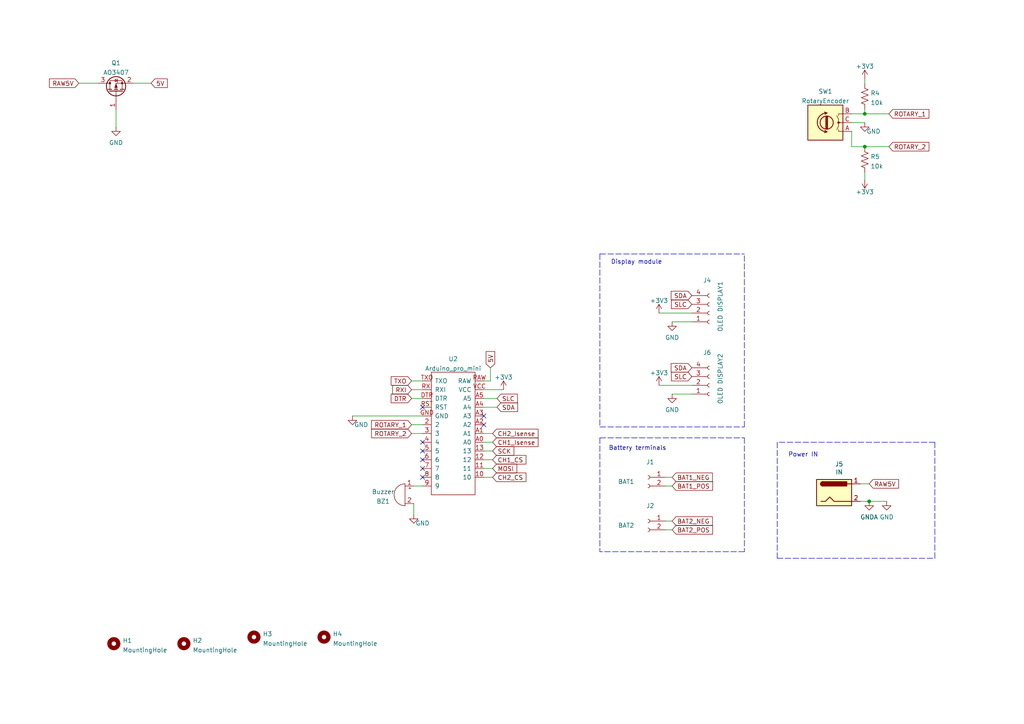
<source format=kicad_sch>
(kicad_sch (version 20211123) (generator eeschema)
  (paper "A4")
  (lib_symbols
    (symbol "!my-kicad-library:AO3406"
      (property "Reference" "U" (at -1.27 -5.08 0))
      (property "Value" "AO3406" (at 5.08 -2.54 0))
      (symbol "AO3406_1_1"
        (pin input line (at -7.62 0 0) (length 2.54) (name "G") (number "1"))
        (pin passive line (at 0 -5.08 90) (length 2.54) (name "S") (number "2"))
        (pin passive line (at 0 5.08 270) (length 2.54) (name "D") (number "3"))
      )
    )
    (symbol "!my-kicad-library:Arduino_pro_mini" (pin_names (offset 1.016))
      (property "Reference" "U" (at -15.24 -2.54 0))
      (property "Value" "Arduino_pro_mini" (at 0 -20.32 0))
      (symbol "Arduino_pro_mini_1_1"
        (pin bidirectional line (at 8.89 -12.7 180) (length 2.54) (name "10") (number "10"))
        (pin bidirectional line (at 8.89 -10.16 180) (length 2.54) (name "11") (number "11"))
        (pin bidirectional line (at 8.89 -7.62 180) (length 2.54) (name "12") (number "12"))
        (pin bidirectional line (at 8.89 -5.08 180) (length 2.54) (name "13") (number "13"))
        (pin bidirectional line (at -8.89 2.54 0) (length 2.54) (name "2") (number "2"))
        (pin bidirectional line (at -8.89 0 0) (length 2.54) (name "3") (number "3"))
        (pin bidirectional line (at -8.89 -2.54 0) (length 2.54) (name "4") (number "4"))
        (pin bidirectional line (at -8.89 -5.08 0) (length 2.54) (name "5") (number "5"))
        (pin bidirectional line (at -8.89 -7.62 0) (length 2.54) (name "6") (number "6"))
        (pin bidirectional line (at -8.89 -10.16 0) (length 2.54) (name "7") (number "7"))
        (pin bidirectional line (at -8.89 -12.7 0) (length 2.54) (name "8") (number "8"))
        (pin bidirectional line (at -8.89 -15.24 0) (length 2.54) (name "9") (number "9"))
        (pin input line (at 8.89 -2.54 180) (length 2.54) (name "A0") (number "A0"))
        (pin input line (at 8.89 0 180) (length 2.54) (name "A1") (number "A1"))
        (pin input line (at 8.89 2.54 180) (length 2.54) (name "A2") (number "A2"))
        (pin input line (at 8.89 5.08 180) (length 2.54) (name "A3") (number "A3"))
        (pin input line (at 8.89 7.62 180) (length 2.54) (name "A4") (number "A4"))
        (pin input line (at 8.89 10.16 180) (length 2.54) (name "A5") (number "A5"))
        (pin input line (at -8.89 10.16 0) (length 2.54) (name "DTR") (number "DTR"))
        (pin power_in line (at -8.89 5.08 0) (length 2.54) (name "GND") (number "GND"))
        (pin power_in line (at 8.89 15.24 180) (length 2.54) (name "RAW") (number "RAW"))
        (pin input line (at -8.89 7.62 0) (length 2.54) (name "RST") (number "RST"))
        (pin input line (at -8.89 12.7 0) (length 2.54) (name "RXI") (number "RXI"))
        (pin input line (at -8.89 15.24 0) (length 2.54) (name "TXO") (number "TXO"))
        (pin power_in line (at 8.89 12.7 180) (length 2.54) (name "VCC") (number "VCC"))
      )
    )
    (symbol "!my-kicad-library:BK-18650-PC4" (pin_names (offset 1.016) hide)
      (property "Reference" "BT" (at -3.81 6.35 0))
      (property "Value" "BK-18650-PC4" (at -3.81 -10.16 0))
      (symbol "BK-18650-PC4_0_0"
        (pin passive line (at 7.62 2.54 180) (length 5.08) (name "~") (number "1"))
        (pin passive line (at -7.62 2.54 0) (length 5.08) (name "~") (number "1+"))
        (pin passive line (at 7.62 -5.08 180) (length 5.08) (name "~") (number "2"))
        (pin passive line (at -7.62 -5.08 0) (length 5.08) (name "~") (number "2+"))
      )
    )
    (symbol "!my-kicad-library:INA180B1" (pin_names (offset 0.127))
      (property "Reference" "U3" (at -10.16 0 90))
      (property "Value" "INA180B1" (at -13.97 -1.27 90))
      (symbol "INA180B1_1_1"
        (pin input line (at -7.62 2.54 0) (length 2.54) (name "+") (number "1"))
        (pin power_in line (at -2.54 -7.62 90) (length 3.81) (name "GND") (number "2"))
        (pin input line (at -7.62 -2.54 0) (length 2.54) (name "-") (number "3"))
        (pin output line (at 7.62 0 180) (length 2.54) (name "~") (number "4"))
        (pin power_in line (at -2.54 7.62 270) (length 3.81) (name "V+") (number "5"))
      )
    )
    (symbol "!my-kicad-library:TP4056" (pin_names (offset 0.762))
      (property "Reference" "J" (at 38.1 2.54 0))
      (property "Value" "TP4056" (at 38.1 0 0))
      (symbol "TP4056_0_0"
        (pin input line (at 29.21 -6.35 180) (length 5.08) (name "TEMP") (number "1"))
        (pin input line (at 29.21 -8.89 180) (length 5.08) (name "PROG") (number "2"))
        (pin input line (at 15.24 -16.51 90) (length 5.08) (name "GND") (number "3"))
        (pin power_in line (at 0 -1.27 0) (length 5.08) (name "VCC") (number "4"))
        (pin power_out line (at 29.21 -1.27 180) (length 5.08) (name "BAT") (number "5"))
        (pin open_collector line (at 0 -8.89 0) (length 5.08) (name "~{STDBY}") (number "6"))
        (pin open_collector line (at 0 -6.35 0) (length 5.08) (name "~{CHRG}") (number "7"))
        (pin input line (at 0 -3.81 0) (length 5.08) (name "CE") (number "8"))
      )
    )
    (symbol "Connector:Barrel_Jack" (pin_names (offset 1.016))
      (property "Reference" "J" (at 0 5.334 0))
      (property "Value" "Barrel_Jack" (at 0 -5.08 0))
      (symbol "Barrel_Jack_1_1"
        (pin passive line (at 7.62 2.54 180) (length 2.54) (name "~") (number "1"))
        (pin passive line (at 7.62 -2.54 180) (length 2.54) (name "~") (number "2"))
      )
    )
    (symbol "Connector:Conn_01x02_Female" (pin_names (offset 1.016) hide)
      (property "Reference" "J" (at 0 2.54 0))
      (property "Value" "Conn_01x02_Female" (at 0 -5.08 0))
      (symbol "Conn_01x02_Female_1_1"
        (pin passive line (at -5.08 0 0) (length 3.81) (name "Pin_1") (number "1"))
        (pin passive line (at -5.08 -2.54 0) (length 3.81) (name "Pin_2") (number "2"))
      )
    )
    (symbol "Connector:Conn_01x04_Female" (pin_names (offset 1.016) hide)
      (property "Reference" "J" (at 0 5.08 0))
      (property "Value" "Conn_01x04_Female" (at 0 -7.62 0))
      (symbol "Conn_01x04_Female_1_1"
        (pin passive line (at -5.08 2.54 0) (length 3.81) (name "Pin_1") (number "1"))
        (pin passive line (at -5.08 0 0) (length 3.81) (name "Pin_2") (number "2"))
        (pin passive line (at -5.08 -2.54 0) (length 3.81) (name "Pin_3") (number "3"))
        (pin passive line (at -5.08 -5.08 0) (length 3.81) (name "Pin_4") (number "4"))
      )
    )
    (symbol "Device:Buzzer" (pin_names (offset 0.0254) hide)
      (property "Reference" "BZ" (at 3.81 1.27 0))
      (property "Value" "Buzzer" (at 3.81 -1.27 0))
      (symbol "Buzzer_1_1"
        (pin passive line (at -2.54 2.54 0) (length 2.54) (name "-") (number "1"))
        (pin passive line (at -2.54 -2.54 0) (length 2.54) (name "+") (number "2"))
      )
    )
    (symbol "Device:C" (pin_numbers hide) (pin_names (offset 0.254))
      (property "Reference" "C" (at 0.635 2.54 0))
      (property "Value" "C" (at 0.635 -2.54 0))
      (symbol "C_1_1"
        (pin passive line (at 0 3.81 270) (length 2.794) (name "~") (number "1"))
        (pin passive line (at 0 -3.81 90) (length 2.794) (name "~") (number "2"))
      )
    )
    (symbol "Device:LED" (pin_numbers hide) (pin_names (offset 1.016) hide)
      (property "Reference" "D" (at 0 2.54 0))
      (property "Value" "LED" (at 0 -2.54 0))
      (symbol "LED_1_1"
        (pin passive line (at -3.81 0 0) (length 2.54) (name "K") (number "1"))
        (pin passive line (at 3.81 0 180) (length 2.54) (name "A") (number "2"))
      )
    )
    (symbol "Device:Q_PNP_BEC" (pin_names (offset 0) hide)
      (property "Reference" "Q" (at 5.08 1.27 0))
      (property "Value" "Q_PNP_BEC" (at 5.08 -1.27 0))
      (symbol "Q_PNP_BEC_1_1"
        (pin input line (at -5.08 0 0) (length 5.715) (name "B") (number "1"))
        (pin passive line (at 2.54 -5.08 90) (length 2.54) (name "E") (number "2"))
        (pin passive line (at 2.54 5.08 270) (length 2.54) (name "C") (number "3"))
      )
    )
    (symbol "Device:R_US" (pin_numbers hide) (pin_names (offset 0))
      (property "Reference" "R" (at 2.54 0 90))
      (property "Value" "R_US" (at -2.54 0 90))
      (symbol "R_US_1_1"
        (pin passive line (at 0 3.81 270) (length 1.27) (name "~") (number "1"))
        (pin passive line (at 0 -3.81 90) (length 1.27) (name "~") (number "2"))
      )
    )
    (symbol "Device:RotaryEncoder" (pin_names (offset 0.254) hide)
      (property "Reference" "SW" (at 0 6.604 0))
      (property "Value" "RotaryEncoder" (at 0 -6.604 0))
      (symbol "RotaryEncoder_1_1"
        (pin passive line (at -7.62 2.54 0) (length 2.54) (name "A") (number "A"))
        (pin passive line (at -7.62 -2.54 0) (length 2.54) (name "B") (number "B"))
        (pin passive line (at -7.62 0 0) (length 2.54) (name "C") (number "C"))
      )
    )
    (symbol "Mechanical:MountingHole" (pin_names (offset 1.016))
      (property "Reference" "H" (at 0 5.08 0))
      (property "Value" "MountingHole" (at 0 3.175 0))
    )
    (symbol "Potentiometer_Digital:MCP41010" (pin_names (offset 1.016))
      (property "Reference" "U" (at -6.35 8.89 0))
      (property "Value" "MCP41010" (at 1.27 8.89 0))
      (symbol "MCP41010_1_1"
        (pin input input_low (at -10.16 -2.54 0) (length 3.81) (name "~{CS}") (number "1"))
        (pin passive clock (at -10.16 2.54 0) (length 3.81) (name "SCK") (number "2"))
        (pin input line (at -10.16 0 0) (length 3.81) (name "SI") (number "3"))
        (pin power_in line (at 0 -10.16 90) (length 2.54) (name "VSS") (number "4"))
        (pin passive line (at 10.16 2.54 180) (length 3.81) (name "PA0") (number "5"))
        (pin passive line (at 10.16 0 180) (length 3.81) (name "PW0") (number "6"))
        (pin passive line (at 10.16 -2.54 180) (length 3.81) (name "PB0") (number "7"))
        (pin power_in line (at 0 10.16 270) (length 2.54) (name "VDD") (number "8"))
      )
    )
    (symbol "Transistor_FET:AO3407" (pin_names hide)
      (property "Reference" "Q" (at 5.08 1.905 0))
      (property "Value" "AO3407" (at 5.08 0 0))
      (symbol "AO3407_1_1"
        (pin input line (at -5.08 0 0) (length 2.54) (name "G") (number "1"))
        (pin passive line (at 2.54 -5.08 90) (length 2.54) (name "S") (number "2"))
        (pin passive line (at 2.54 5.08 270) (length 2.54) (name "D") (number "3"))
      )
    )
    (symbol "power:+3.3V" (power) (pin_names (offset 0))
      (property "Value" "+3.3V" (at 0 3.556 0))
      (symbol "+3.3V_1_1"
        (pin power_in line (at 0 0 90) (length 0) hide (name "+3V3") (number "1"))
      )
    )
    (symbol "power:GND" (power) (pin_names (offset 0))
      (property "Value" "GND" (at 0 -3.81 0))
      (symbol "GND_1_1"
        (pin power_in line (at 0 0 270) (length 0) hide (name "GND") (number "1"))
      )
    )
    (symbol "power:GNDA" (power) (pin_names (offset 0))
      (property "Value" "GNDA" (at 0 -3.81 0))
      (symbol "GNDA_1_1"
        (pin power_in line (at 0 0 270) (length 0) hide (name "GNDA") (number "1"))
      )
    )
  )
  (junction (at 200.025 -71.755))
  (junction (at 120.65 -180.34))
  (junction (at 252.095 145.415))
  (junction (at 200.025 -138.43))
  (junction (at 200.025 -163.195))
  (junction (at 60.325 -180.34))
  (junction (at 190.5 -154.305))
  (junction (at 93.98 -136.525))
  (junction (at 144.526 -180.34))
  (junction (at 200.025 -46.99))
  (junction (at 200.025 -88.9))
  (junction (at 156.21 -180.34))
  (junction (at 120.65 -88.9))
  (junction (at 200.025 -180.34))
  (junction (at 93.345 -62.23))
  (junction (at 190.5 -180.34))
  (junction (at 250.825 42.545))
  (junction (at 114.935 -153.67))
  (junction (at 93.98 -22.86))
  (junction (at 12.065 -43.18))
  (junction (at 138.43 -73.66))
  (junction (at 93.345 -153.67))
  (junction (at 114.935 -62.23))
  (junction (at 163.195 -135.89))
  (junction (at 180.975 -138.43))
  (junction (at 93.98 -114.3))
  (junction (at 190.5 -88.9))
  (junction (at 12.7 -140.97))
  (junction (at 150.495 -135.89))
  (junction (at 250.825 33.02))
  (junction (at 156.21 -88.9))
  (junction (at 144.526 -88.9))
  (junction (at 150.495 -44.45))
  (junction (at 138.43 -165.1))
  (junction (at 71.755 -180.34))
  (junction (at 190.5 -62.865))
  (junction (at 163.195 -44.45))
  (junction (at 93.98 -45.085))
  (junction (at 71.755 -88.9))
  (junction (at 180.975 -46.99))
  (junction (at 60.325 -88.9))
  (no_connect (at 122.555 118.11))
  (no_connect (at 104.14 -31.115))
  (no_connect (at 122.555 130.81))
  (no_connect (at 122.555 133.35))
  (no_connect (at 122.555 135.89))
  (no_connect (at 122.555 128.27))
  (no_connect (at 140.335 120.65))
  (no_connect (at 104.14 -122.555))
  (no_connect (at 140.335 123.19))
  (no_connect (at 122.555 138.43))
  (wire (pts (xy 156.337 -170.18) (xy 153.035 -170.18)))
  (polyline (pts (xy 215.9 127) (xy 215.9 160.02)))
  (wire (pts (xy 60.325 -88.9) (xy 71.755 -88.9)))
  (wire (pts (xy 200.025 -163.195) (xy 198.12 -163.195)))
  (wire (pts (xy 144.145 115.57) (xy 140.335 115.57)))
  (wire (pts (xy 104.14 -36.195) (xy 105.41 -36.195)))
  (wire (pts (xy 163.195 -135.89) (xy 163.195 -165.1)))
  (wire (pts (xy 22.86 24.13) (xy 28.575 24.13)))
  (wire (pts (xy 195.58 -46.99) (xy 200.025 -46.99)))
  (wire (pts (xy 93.345 -62.23) (xy 93.345 -73.66)))
  (wire (pts (xy 110.49 -172.72) (xy 110.49 -171.45)))
  (polyline (pts (xy 173.355 -186.055) (xy 211.455 -186.055)))
  (wire (pts (xy 107.315 -83.82) (xy 114.935 -83.82)))
  (wire (pts (xy 69.85 -120.65) (xy 69.85 -114.3)))
  (wire (pts (xy 107.315 -175.26) (xy 114.935 -175.26)))
  (wire (pts (xy 60.325 -73.66) (xy 60.325 -62.23)))
  (wire (pts (xy 39.37 -140.97) (xy 44.45 -140.97)))
  (wire (pts (xy 33.655 31.75) (xy 33.655 36.83)))
  (wire (pts (xy 142.24 110.49) (xy 140.335 110.49)))
  (polyline (pts (xy 173.99 127) (xy 173.99 160.02)))
  (wire (pts (xy 200.025 -46.99) (xy 200.025 -56.515)))
  (wire (pts (xy 190.5 -88.9) (xy 200.025 -88.9)))
  (polyline (pts (xy 169.545 -148.59) (xy 169.545 -132.715)))
  (wire (pts (xy 190.5 -76.835) (xy 190.5 -88.9)))
  (polyline (pts (xy 173.355 -94.615) (xy 211.455 -94.615)))
  (wire (pts (xy 257.175 145.415) (xy 252.095 145.415)))
  (wire (pts (xy 8.255 -140.97) (xy 12.7 -140.97)))
  (wire (pts (xy 18.415 -128.905) (xy 12.7 -128.905)))
  (polyline (pts (xy 215.9 160.02) (xy 173.99 160.02)))
  (wire (pts (xy 190.5 -62.865) (xy 190.5 -66.675)))
  (wire (pts (xy 315.595 138.43) (xy 318.135 138.43)))
  (wire (pts (xy 136.525 -73.66) (xy 138.43 -73.66)))
  (wire (pts (xy 190.5 -180.34) (xy 200.025 -180.34)))
  (wire (pts (xy 252.095 145.415) (xy 249.555 145.415)))
  (wire (pts (xy 247.015 42.545) (xy 247.015 38.1)))
  (wire (pts (xy 93.345 -59.055) (xy 93.345 -62.23)))
  (wire (pts (xy 161.29 -44.45) (xy 163.195 -44.45)))
  (wire (pts (xy 180.975 -154.305) (xy 180.975 -149.225)))
  (polyline (pts (xy 211.455 -123.825) (xy 211.455 -186.055)))
  (wire (pts (xy 107.315 -127.635) (xy 104.14 -127.635)))
  (wire (pts (xy 156.21 -88.9) (xy 156.337 -78.74)))
  (wire (pts (xy 69.85 -22.86) (xy 93.98 -22.86)))
  (wire (pts (xy 26.035 -140.97) (xy 31.75 -140.97)))
  (wire (pts (xy 156.21 -180.34) (xy 190.5 -180.34)))
  (wire (pts (xy 153.67 -44.45) (xy 150.495 -44.45)))
  (wire (pts (xy 58.42 -88.9) (xy 60.325 -88.9)))
  (wire (pts (xy 200.025 -163.195) (xy 200.025 -155.575)))
  (polyline (pts (xy 211.455 -32.385) (xy 211.455 -94.615)))
  (wire (pts (xy 78.105 -88.9) (xy 71.755 -88.9)))
  (wire (pts (xy 60.325 -62.23) (xy 93.345 -62.23)))
  (polyline (pts (xy 142.24 -148.59) (xy 142.24 -132.715)))
  (wire (pts (xy 69.85 -36.83) (xy 69.85 -45.085)))
  (wire (pts (xy 142.875 125.73) (xy 140.335 125.73)))
  (wire (pts (xy 250.825 31.75) (xy 250.825 33.02)))
  (wire (pts (xy 156.337 -78.74) (xy 153.035 -78.74)))
  (wire (pts (xy 104.14 -33.655) (xy 113.665 -33.655)))
  (wire (pts (xy 142.875 135.89) (xy 140.335 135.89)))
  (wire (pts (xy 60.325 -165.1) (xy 60.325 -153.67)))
  (wire (pts (xy 180.975 -62.865) (xy 180.975 -57.785)))
  (wire (pts (xy 93.345 -153.67) (xy 93.345 -165.1)))
  (polyline (pts (xy 173.355 -186.055) (xy 173.355 -123.825)))
  (wire (pts (xy 93.98 -137.16) (xy 93.98 -136.525)))
  (wire (pts (xy 138.43 -64.135) (xy 138.43 -66.04)))
  (polyline (pts (xy 142.24 -57.15) (xy 142.24 -41.275)))
  (wire (pts (xy 119.38 125.73) (xy 122.555 125.73)))
  (polyline (pts (xy 173.99 73.66) (xy 173.99 123.825)))
  (wire (pts (xy 38.735 -128.905) (xy 44.45 -128.905)))
  (wire (pts (xy 144.145 118.11) (xy 140.335 118.11)))
  (wire (pts (xy 119.38 123.19) (xy 122.555 123.19)))
  (polyline (pts (xy 142.24 -57.15) (xy 169.545 -57.15)))
  (wire (pts (xy 104.14 -125.095) (xy 117.475 -125.095)))
  (polyline (pts (xy 169.545 -132.715) (xy 142.24 -132.715)))
  (wire (pts (xy 93.98 -45.72) (xy 93.98 -45.085)))
  (polyline (pts (xy 142.24 -148.59) (xy 169.545 -148.59)))
  (wire (pts (xy 180.975 -131.445) (xy 180.975 -138.43)))
  (wire (pts (xy 114.935 -83.82) (xy 114.935 -62.23)))
  (wire (pts (xy 180.975 -40.005) (xy 180.975 -46.99)))
  (wire (pts (xy 38.735 -43.18) (xy 43.815 -43.18)))
  (wire (pts (xy 144.526 -180.34) (xy 144.526 -170.18)))
  (wire (pts (xy 154.94 -88.9) (xy 156.21 -88.9)))
  (wire (pts (xy 119.38 110.49) (xy 122.555 110.49)))
  (wire (pts (xy 180.975 -46.99) (xy 180.975 -50.165)))
  (wire (pts (xy 191.135 111.76) (xy 200.66 111.76)))
  (wire (pts (xy 150.495 -57.785) (xy 150.495 -63.5)))
  (wire (pts (xy 185.42 -138.43) (xy 180.975 -138.43)))
  (wire (pts (xy 12.065 -43.18) (xy 17.78 -43.18)))
  (wire (pts (xy 12.065 -31.115) (xy 12.065 -43.18)))
  (polyline (pts (xy 169.545 -41.275) (xy 142.24 -41.275)))
  (wire (pts (xy 93.345 -62.23) (xy 114.935 -62.23)))
  (wire (pts (xy 120.65 -180.34) (xy 144.526 -180.34)))
  (wire (pts (xy 48.895 -88.9) (xy 50.8 -88.9)))
  (wire (pts (xy 142.24 106.68) (xy 142.24 110.49)))
  (wire (pts (xy 60.325 -153.67) (xy 93.345 -153.67)))
  (wire (pts (xy 107.315 -172.72) (xy 110.49 -172.72)))
  (wire (pts (xy 250.825 33.02) (xy 257.81 33.02)))
  (wire (pts (xy 163.195 -44.45) (xy 163.195 -73.66)))
  (wire (pts (xy 12.7 -140.97) (xy 18.415 -140.97)))
  (wire (pts (xy 69.85 -45.085) (xy 93.98 -45.085)))
  (wire (pts (xy 76.2 -81.28) (xy 78.105 -81.28)))
  (wire (pts (xy 161.29 -135.89) (xy 163.195 -135.89)))
  (wire (pts (xy 193.04 138.43) (xy 194.945 138.43)))
  (wire (pts (xy 93.345 -150.495) (xy 93.345 -153.67)))
  (wire (pts (xy 150.495 -149.225) (xy 150.495 -154.94)))
  (wire (pts (xy 120.65 -180.34) (xy 107.315 -180.34)))
  (wire (pts (xy 38.1 -31.115) (xy 43.815 -31.115)))
  (wire (pts (xy 140.335 130.81) (xy 142.875 130.81)))
  (polyline (pts (xy 169.545 -57.15) (xy 169.545 -41.275)))
  (wire (pts (xy 140.335 138.43) (xy 142.875 138.43)))
  (wire (pts (xy 180.975 -62.865) (xy 190.5 -62.865)))
  (wire (pts (xy 71.755 -86.36) (xy 71.755 -88.9)))
  (wire (pts (xy 107.315 -81.28) (xy 110.49 -81.28)))
  (wire (pts (xy 150.495 -50.165) (xy 150.495 -44.45)))
  (wire (pts (xy 144.526 -88.9) (xy 147.32 -88.9)))
  (wire (pts (xy 190.5 -154.305) (xy 190.5 -146.05)))
  (wire (pts (xy 120.65 -164.465) (xy 120.65 -153.67)))
  (wire (pts (xy 200.025 -138.43) (xy 213.995 -138.43)))
  (polyline (pts (xy 173.355 -123.825) (xy 211.455 -123.825)))
  (wire (pts (xy 120.65 -80.645) (xy 120.65 -88.9)))
  (wire (pts (xy 17.78 -31.115) (xy 12.065 -31.115)))
  (wire (pts (xy 247.015 33.02) (xy 250.825 33.02)))
  (wire (pts (xy 247.015 35.56) (xy 250.825 35.56)))
  (wire (pts (xy 60.325 -81.28) (xy 60.325 -88.9)))
  (wire (pts (xy 252.095 140.335) (xy 249.555 140.335)))
  (wire (pts (xy 150.495 -141.605) (xy 150.495 -135.89)))
  (wire (pts (xy 138.43 -155.575) (xy 138.43 -157.48)))
  (wire (pts (xy 138.43 -165.1) (xy 142.875 -165.1)))
  (wire (pts (xy 200.025 -168.275) (xy 200.025 -163.195)))
  (wire (pts (xy 194.945 114.3) (xy 200.66 114.3)))
  (wire (pts (xy 120.65 -88.9) (xy 144.526 -88.9)))
  (wire (pts (xy 48.895 -180.34) (xy 50.8 -180.34)))
  (wire (pts (xy 250.825 22.86) (xy 250.825 24.13)))
  (wire (pts (xy 154.94 -180.34) (xy 156.21 -180.34)))
  (wire (pts (xy 158.115 -73.66) (xy 163.195 -73.66)))
  (wire (pts (xy 144.526 -170.18) (xy 147.955 -170.18)))
  (wire (pts (xy 93.98 -45.085) (xy 93.98 -43.815)))
  (polyline (pts (xy 173.99 73.66) (xy 215.9 73.66)))
  (wire (pts (xy 163.195 -131.445) (xy 163.195 -135.89)))
  (wire (pts (xy 156.21 -88.9) (xy 190.5 -88.9)))
  (wire (pts (xy 60.325 -172.72) (xy 60.325 -180.34)))
  (wire (pts (xy 120.65 -172.085) (xy 120.65 -180.34)))
  (wire (pts (xy 102.235 120.65) (xy 122.555 120.65)))
  (wire (pts (xy 158.115 -165.1) (xy 163.195 -165.1)))
  (wire (pts (xy 76.2 -172.72) (xy 78.105 -172.72)))
  (polyline (pts (xy 271.145 128.27) (xy 225.425 128.27)))
  (wire (pts (xy 76.2 -175.26) (xy 78.105 -175.26)))
  (wire (pts (xy 180.975 -154.305) (xy 190.5 -154.305)))
  (polyline (pts (xy 225.425 128.27) (xy 225.425 161.925)))
  (wire (pts (xy 140.335 128.27) (xy 142.875 128.27)))
  (wire (pts (xy 190.5 -168.275) (xy 190.5 -180.34)))
  (wire (pts (xy 69.85 -114.3) (xy 93.98 -114.3)))
  (polyline (pts (xy 173.99 123.825) (xy 215.9 123.825)))
  (wire (pts (xy 76.2 -83.82) (xy 78.105 -83.82)))
  (wire (pts (xy 120.015 140.97) (xy 122.555 140.97)))
  (wire (pts (xy 153.67 -135.89) (xy 150.495 -135.89)))
  (wire (pts (xy 247.015 42.545) (xy 250.825 42.545)))
  (wire (pts (xy 120.015 146.05) (xy 120.015 149.225)))
  (wire (pts (xy 122.555 -33.655) (xy 121.285 -33.655)))
  (wire (pts (xy 190.5 -62.865) (xy 190.5 -54.61)))
  (wire (pts (xy 78.105 -86.36) (xy 71.755 -86.36)))
  (wire (pts (xy 200.025 -46.99) (xy 213.995 -46.99)))
  (wire (pts (xy 120.65 -62.23) (xy 114.935 -62.23)))
  (wire (pts (xy 200.025 -180.34) (xy 213.995 -180.34)))
  (wire (pts (xy 140.335 133.35) (xy 142.875 133.35)))
  (wire (pts (xy 120.65 -73.025) (xy 120.65 -62.23)))
  (wire (pts (xy 93.98 -22.86) (xy 93.98 -23.495)))
  (wire (pts (xy 7.62 -43.18) (xy 12.065 -43.18)))
  (wire (pts (xy 150.495 -44.45) (xy 150.495 -40.386)))
  (wire (pts (xy 315.595 146.05) (xy 318.135 146.05)))
  (wire (pts (xy 180.975 -138.43) (xy 180.975 -141.605)))
  (polyline (pts (xy 215.9 123.825) (xy 215.9 73.66)))
  (wire (pts (xy 193.04 153.67) (xy 194.945 153.67)))
  (wire (pts (xy 150.495 -135.89) (xy 150.495 -131.826)))
  (polyline (pts (xy 225.425 161.925) (xy 271.145 161.925)))
  (wire (pts (xy 69.85 -128.27) (xy 69.85 -136.525)))
  (wire (pts (xy 25.4 -31.115) (xy 30.48 -31.115)))
  (wire (pts (xy 126.365 -125.095) (xy 125.095 -125.095)))
  (wire (pts (xy 138.43 -73.66) (xy 142.875 -73.66)))
  (wire (pts (xy 58.42 -180.34) (xy 60.325 -180.34)))
  (wire (pts (xy 334.645 146.05) (xy 333.375 146.05)))
  (wire (pts (xy 163.195 -40.005) (xy 163.195 -44.45)))
  (wire (pts (xy 43.815 24.13) (xy 38.735 24.13)))
  (wire (pts (xy 93.98 -22.225) (xy 93.98 -22.86)))
  (wire (pts (xy 200.025 -88.9) (xy 200.025 -84.455)))
  (wire (pts (xy 193.04 140.97) (xy 194.945 140.97)))
  (wire (pts (xy 200.025 -71.755) (xy 198.12 -71.755)))
  (wire (pts (xy 110.49 -81.28) (xy 110.49 -80.01)))
  (wire (pts (xy 93.98 -136.525) (xy 93.98 -135.255)))
  (wire (pts (xy 120.65 -153.67) (xy 114.935 -153.67)))
  (wire (pts (xy 200.025 -180.34) (xy 200.025 -175.895)))
  (wire (pts (xy 200.025 -71.755) (xy 200.025 -64.135)))
  (wire (pts (xy 195.58 -138.43) (xy 200.025 -138.43)))
  (wire (pts (xy 93.98 -114.3) (xy 93.98 -114.935)))
  (wire (pts (xy 60.325 -180.34) (xy 71.755 -180.34)))
  (wire (pts (xy 156.21 -180.34) (xy 156.337 -170.18)))
  (wire (pts (xy 120.65 -88.9) (xy 107.315 -88.9)))
  (wire (pts (xy 185.42 -46.99) (xy 180.975 -46.99)))
  (wire (pts (xy 193.04 151.13) (xy 194.945 151.13)))
  (wire (pts (xy 191.135 90.805) (xy 200.66 90.805)))
  (wire (pts (xy 250.825 42.545) (xy 257.81 42.545)))
  (polyline (pts (xy 173.355 -32.385) (xy 211.455 -32.385)))
  (wire (pts (xy 26.035 -128.905) (xy 31.115 -128.905)))
  (wire (pts (xy 78.105 -180.34) (xy 71.755 -180.34)))
  (wire (pts (xy 144.526 -180.34) (xy 147.32 -180.34)))
  (wire (pts (xy 200.025 -138.43) (xy 200.025 -147.955)))
  (wire (pts (xy 119.38 115.57) (xy 122.555 115.57)))
  (wire (pts (xy 144.526 -78.74) (xy 147.955 -78.74)))
  (wire (pts (xy 114.935 -175.26) (xy 114.935 -153.67)))
  (wire (pts (xy 200.025 -76.835) (xy 200.025 -71.755)))
  (wire (pts (xy 140.335 113.03) (xy 146.05 113.03)))
  (wire (pts (xy 334.645 138.43) (xy 333.375 138.43)))
  (wire (pts (xy 194.945 93.345) (xy 200.66 93.345)))
  (polyline (pts (xy 271.145 161.925) (xy 271.145 128.27)))
  (wire (pts (xy 250.825 50.165) (xy 250.825 52.07)))
  (wire (pts (xy 144.526 -88.9) (xy 144.526 -78.74)))
  (polyline (pts (xy 173.99 127) (xy 215.9 127)))
  (wire (pts (xy 78.105 -177.8) (xy 71.755 -177.8)))
  (wire (pts (xy 93.345 -153.67) (xy 114.935 -153.67)))
  (wire (pts (xy 69.85 -29.21) (xy 69.85 -22.86)))
  (wire (pts (xy 190.5 -154.305) (xy 190.5 -158.115)))
  (wire (pts (xy 200.025 -88.9) (xy 213.995 -88.9)))
  (wire (pts (xy 71.755 -177.8) (xy 71.755 -180.34)))
  (wire (pts (xy 12.7 -128.905) (xy 12.7 -140.97)))
  (wire (pts (xy 136.525 -165.1) (xy 138.43 -165.1)))
  (wire (pts (xy 119.38 113.03) (xy 122.555 113.03)))
  (wire (pts (xy 69.85 -136.525) (xy 93.98 -136.525)))
  (polyline (pts (xy 173.355 -94.615) (xy 173.355 -32.385)))
  (wire (pts (xy 25.4 -43.18) (xy 31.115 -43.18)))
  (wire (pts (xy 93.98 -113.665) (xy 93.98 -114.3)))
  (text "lo-pass filter" (at 144.78 -133.985 90) (effects (font (size 1.27 1.27)) (justify left bottom)))
  (text "wrong battery polarity protection" (at 206.375 -182.88 180) (effects (font (size 1.27 1.27)) (justify right bottom)))
  (text "wrong battery polarity protection" (at 206.375 -91.44 180) (effects (font (size 1.27 1.27)) (justify right bottom)))
  (text "lo-pass filter" (at 144.78 -42.545 90) (effects (font (size 1.27 1.27)) (justify left bottom)))
  (text "Display module" (at 177.165 76.835 0) (effects (font (size 1.27 1.27)) (justify left bottom)))
  (text "Battery terminals" (at 176.53 130.81 0) (effects (font (size 1.27 1.27)) (justify left bottom)))
  (text "Power IN" (at 228.6 132.715 0) (effects (font (size 1.27 1.27)) (justify left bottom)))
  (label "CH2_VIN" (at 74.93 -86.36 0))
  (label "CH1_VIN" (at 72.39 -177.8 0))
  (global_label "CH1_Isense" (shape input) (at 150.495 -131.826 270) (property "Intersheet References" "${INTERSHEET_REFS}" (effects hide)))
  (global_label "5V" (shape input) (at 43.815 24.13 0) (property "Intersheet References" "${INTERSHEET_REFS}" (effects hide)))
  (global_label "BAT1_CHRG" (shape input) (at 44.45 -140.97 0) (property "Intersheet References" "${INTERSHEET_REFS}" (effects hide)))
  (global_label "BAT2_NEG" (shape input) (at 334.645 146.05 0) (property "Intersheet References" "${INTERSHEET_REFS}" (effects hide)))
  (global_label "BAT1_STDBY" (shape input) (at 44.45 -128.905 0) (property "Intersheet References" "${INTERSHEET_REFS}" (effects hide)))
  (global_label "CH2_PROG" (shape input) (at 122.555 -33.655 0) (property "Intersheet References" "${INTERSHEET_REFS}" (effects hide)))
  (global_label "BAT1_STDBY" (shape input) (at 76.2 -172.72 180) (property "Intersheet References" "${INTERSHEET_REFS}" (effects hide)))
  (global_label "CH1_Isense" (shape input) (at 142.875 128.27 0) (property "Intersheet References" "${INTERSHEET_REFS}" (effects hide)))
  (global_label "CH1_CS" (shape input) (at 142.875 133.35 0) (property "Intersheet References" "${INTERSHEET_REFS}" (effects hide)))
  (global_label "ROTARY_2" (shape input) (at 257.81 42.545 0) (property "Intersheet References" "${INTERSHEET_REFS}" (effects hide)))
  (global_label "BAT2_NEG" (shape input) (at 194.945 151.13 0) (property "Intersheet References" "${INTERSHEET_REFS}" (effects hide)))
  (global_label "ROTARY_2" (shape input) (at 119.38 125.73 180) (property "Intersheet References" "${INTERSHEET_REFS}" (effects hide)))
  (global_label "SLC" (shape input) (at 144.145 115.57 0) (property "Intersheet References" "${INTERSHEET_REFS}" (effects hide)))
  (global_label "BAT1_POS" (shape input) (at 213.995 -180.34 0) (property "Intersheet References" "${INTERSHEET_REFS}" (effects hide)))
  (global_label "MOSI" (shape input) (at 83.82 -125.095 180) (property "Intersheet References" "${INTERSHEET_REFS}" (effects hide)))
  (global_label "RXI" (shape input) (at 119.38 113.03 180) (property "Intersheet References" "${INTERSHEET_REFS}" (effects hide)))
  (global_label "CH2_CS" (shape input) (at 83.82 -31.115 180) (property "Intersheet References" "${INTERSHEET_REFS}" (effects hide)))
  (global_label "RAW5V" (shape input) (at 252.095 140.335 0) (property "Intersheet References" "${INTERSHEET_REFS}" (effects hide)))
  (global_label "SDA" (shape input) (at 200.66 106.68 180) (property "Intersheet References" "${INTERSHEET_REFS}" (effects hide)))
  (global_label "5V" (shape input) (at 48.895 -88.9 180) (property "Intersheet References" "${INTERSHEET_REFS}" (effects hide)))
  (global_label "BAT2_POS" (shape input) (at 194.945 153.67 0) (property "Intersheet References" "${INTERSHEET_REFS}" (effects hide)))
  (global_label "SLC" (shape input) (at 200.66 88.265 180) (property "Intersheet References" "${INTERSHEET_REFS}" (effects hide)))
  (global_label "5V" (shape input) (at 8.255 -140.97 180) (property "Intersheet References" "${INTERSHEET_REFS}" (effects hide)))
  (global_label "SDA" (shape input) (at 144.145 118.11 0) (property "Intersheet References" "${INTERSHEET_REFS}" (effects hide)))
  (global_label "SCK" (shape input) (at 83.82 -127.635 180) (property "Intersheet References" "${INTERSHEET_REFS}" (effects hide)))
  (global_label "BAT1_POS" (shape input) (at 194.945 140.97 0) (property "Intersheet References" "${INTERSHEET_REFS}" (effects hide)))
  (global_label "DTR" (shape input) (at 119.38 115.57 180) (property "Intersheet References" "${INTERSHEET_REFS}" (effects hide)))
  (global_label "CH2_PROG" (shape input) (at 110.49 -80.01 270) (property "Intersheet References" "${INTERSHEET_REFS}" (effects hide)))
  (global_label "BAT2_CHRG" (shape input) (at 43.815 -43.18 0) (property "Intersheet References" "${INTERSHEET_REFS}" (effects hide)))
  (global_label "BAT2_CHRG" (shape input) (at 76.2 -83.82 180) (property "Intersheet References" "${INTERSHEET_REFS}" (effects hide)))
  (global_label "BAT1_CHRG" (shape input) (at 76.2 -175.26 180) (property "Intersheet References" "${INTERSHEET_REFS}" (effects hide)))
  (global_label "BAT2_POS" (shape input) (at 315.595 146.05 180) (property "Intersheet References" "${INTERSHEET_REFS}" (effects hide)))
  (global_label "RAW5V" (shape input) (at 22.86 24.13 180) (property "Intersheet References" "${INTERSHEET_REFS}" (effects hide)))
  (global_label "BAT1_NEG" (shape input) (at 213.995 -138.43 0) (property "Intersheet References" "${INTERSHEET_REFS}" (effects hide)))
  (global_label "MOSI" (shape input) (at 142.875 135.89 0) (property "Intersheet References" "${INTERSHEET_REFS}" (effects hide)))
  (global_label "CH1_PROG" (shape input) (at 126.365 -125.095 0) (property "Intersheet References" "${INTERSHEET_REFS}" (effects hide)))
  (global_label "TXO" (shape input) (at 119.38 110.49 180) (property "Intersheet References" "${INTERSHEET_REFS}" (effects hide)))
  (global_label "5V" (shape input) (at 142.24 106.68 90) (property "Intersheet References" "${INTERSHEET_REFS}" (effects hide)))
  (global_label "ROTARY_1" (shape input) (at 257.81 33.02 0) (property "Intersheet References" "${INTERSHEET_REFS}" (effects hide)))
  (global_label "BAT2_STDBY" (shape input) (at 76.2 -81.28 180) (property "Intersheet References" "${INTERSHEET_REFS}" (effects hide)))
  (global_label "BAT1_NEG" (shape input) (at 194.945 138.43 0) (property "Intersheet References" "${INTERSHEET_REFS}" (effects hide)))
  (global_label "CH2_Isense" (shape input) (at 150.495 -40.386 270) (property "Intersheet References" "${INTERSHEET_REFS}" (effects hide)))
  (global_label "BAT2_STDBY" (shape input) (at 43.815 -31.115 0) (property "Intersheet References" "${INTERSHEET_REFS}" (effects hide)))
  (global_label "5V" (shape input) (at 7.62 -43.18 180) (property "Intersheet References" "${INTERSHEET_REFS}" (effects hide)))
  (global_label "CH1_PROG" (shape input) (at 110.49 -171.45 270) (property "Intersheet References" "${INTERSHEET_REFS}" (effects hide)))
  (global_label "SCK" (shape input) (at 83.82 -36.195 180) (property "Intersheet References" "${INTERSHEET_REFS}" (effects hide)))
  (global_label "MOSI" (shape input) (at 83.82 -33.655 180) (property "Intersheet References" "${INTERSHEET_REFS}" (effects hide)))
  (global_label "CH2_CS" (shape input) (at 142.875 138.43 0) (property "Intersheet References" "${INTERSHEET_REFS}" (effects hide)))
  (global_label "5V" (shape input) (at 48.895 -180.34 180) (property "Intersheet References" "${INTERSHEET_REFS}" (effects hide)))
  (global_label "BAT2_POS" (shape input) (at 213.995 -88.9 0) (property "Intersheet References" "${INTERSHEET_REFS}" (effects hide)))
  (global_label "BAT1_POS" (shape input) (at 315.595 138.43 180) (property "Intersheet References" "${INTERSHEET_REFS}" (effects hide)))
  (global_label "CH1_CS" (shape input) (at 83.82 -122.555 180) (property "Intersheet References" "${INTERSHEET_REFS}" (effects hide)))
  (global_label "BAT1_NEG" (shape input) (at 334.645 138.43 0) (property "Intersheet References" "${INTERSHEET_REFS}" (effects hide)))
  (global_label "SDA" (shape input) (at 200.66 85.725 180) (property "Intersheet References" "${INTERSHEET_REFS}" (effects hide)))
  (global_label "CH2_Isense" (shape input) (at 142.875 125.73 0) (property "Intersheet References" "${INTERSHEET_REFS}" (effects hide)))
  (global_label "SLC" (shape input) (at 200.66 109.22 180) (property "Intersheet References" "${INTERSHEET_REFS}" (effects hide)))
  (global_label "BAT2_NEG" (shape input) (at 213.995 -46.99 0) (property "Intersheet References" "${INTERSHEET_REFS}" (effects hide)))
  (global_label "SCK" (shape input) (at 142.875 130.81 0) (property "Intersheet References" "${INTERSHEET_REFS}" (effects hide)))
  (global_label "ROTARY_1" (shape input) (at 119.38 123.19 180) (property "Intersheet References" "${INTERSHEET_REFS}" (effects hide)))
  (symbol (lib_id "Mechanical:MountingHole") (at 73.66 184.785 0) (unit 1)
    (property "Reference" "H3" (at 76.2 183.8765 0) (effects (justify left)))
    (property "Value" "MountingHole" (at 76.2 186.6516 0) (effects (justify left)))
    (property "Footprint" "MountingHole:MountingHole_3.2mm_M3" (effects hide))
  )
  (symbol (lib_id "power:+3.3V") (at 250.825 22.86 0) (unit 1)
    (property "Reference" "#PWR016" (effects hide))
    (property "Value" "+3.3V" (at 250.825 19.2555 0))
  )
  (symbol (lib_id "Device:R_US") (at 200.025 -60.325 180) (unit 1)
    (property "Reference" "R14" (at 201.676 -61.2335 0) (effects (justify right)))
    (property "Value" "10k" (at 201.676 -58.4584 0) (effects (justify right)))
    (property "Footprint" "Resistor_SMD:R_0805_2012Metric_Pad1.20x1.40mm_HandSolder" (effects hide))
  )
  (symbol (lib_id "Device:R_US") (at 151.13 -88.9 90) (unit 1)
    (property "Reference" "Rsense2" (at 151.384 -86.3411 90))
    (property "Value" "0.150" (at 151.384 -83.566 90))
    (property "Footprint" "Resistor_SMD:R_2512_6332Metric_Pad1.40x3.35mm_HandSolder" (effects hide))
  )
  (symbol (lib_id "power:+3.3V") (at 136.525 -73.66 0) (unit 1)
    (property "Reference" "#PWR0108" (effects hide))
    (property "Value" "+3.3V" (at 136.525 -77.2645 0))
  )
  (symbol (lib_id "Device:R_US") (at 54.61 -88.9 90) (unit 1)
    (property "Reference" "Rheat2" (at 54.61 -92.71 90))
    (property "Value" "0.4" (at 54.61 -86.36 90))
    (property "Footprint" "Resistor_THT:R_Axial_DIN0414_L11.9mm_D4.5mm_P15.24mm_Horizontal" (effects hide))
  )
  (symbol (lib_id "power:GNDA") (at 107.315 -127.635 90) (unit 1)
    (property "Reference" "#PWR0114" (effects hide))
    (property "Value" "GNDA" (at 110.49 -127.156 90) (effects (justify right)))
  )
  (symbol (lib_id "!my-kicad-library:TP4056") (at 78.105 -181.61 0) (unit 1)
    (property "Reference" "Q2" (at 95.885 -188.0657 0))
    (property "Value" "TP4056" (at 95.885 -185.2906 0))
    (property "Footprint" "!my-kicad-library:SOP-8" (effects hide))
    (property "Datasheet" "https://dlnmh9ip6v2uc.cloudfront.net/datasheets/Prototyping/TP4056.pdf" (effects hide))
    (property "Description" "1A Standalone Linear Li-lon Battery Charger, SOP-8" (effects hide))
    (property "Height" "1.75" (effects hide))
    (property "Manufacturer_Name" "NanJing Top Power" (effects hide))
    (property "Manufacturer_Part_Number" "TP4056" (effects hide))
  )
  (symbol (lib_id "Device:R_US") (at 200.025 -151.765 180) (unit 1)
    (property "Reference" "R10" (at 201.676 -152.6735 0) (effects (justify right)))
    (property "Value" "10k" (at 201.676 -149.8984 0) (effects (justify right)))
    (property "Footprint" "Resistor_SMD:R_0805_2012Metric_Pad1.20x1.40mm_HandSolder" (effects hide))
  )
  (symbol (lib_id "!my-kicad-library:AO3406") (at 190.5 -138.43 270) (unit 1)
    (property "Reference" "U4" (at 190.5 -134.3755 90))
    (property "Value" "AO3406" (at 190.5 -131.6004 90))
    (property "Footprint" "Package_TO_SOT_SMD:SOT-23" (effects hide))
    (property "Datasheet" "http://www.aosmd.com/pdfs/datasheet/ao3406.pdf" (effects hide))
  )
  (symbol (lib_id "Mechanical:MountingHole") (at 93.98 184.785 0) (unit 1)
    (property "Reference" "H4" (at 96.52 183.8765 0) (effects (justify left)))
    (property "Value" "MountingHole" (at 96.52 186.6516 0) (effects (justify left)))
    (property "Footprint" "MountingHole:MountingHole_3.2mm_M3" (effects hide))
  )
  (symbol (lib_id "!my-kicad-library:INA180B1") (at 150.495 -162.56 90) (mirror x) (unit 1)
    (property "Reference" "U3" (at 160.9823 -171.0733 90))
    (property "Value" "INA180B1" (at 160.9823 -168.2982 90))
    (property "Footprint" "Package_TO_SOT_SMD:SOT-23-5" (effects hide))
    (property "Datasheet" "https://www.ti.com/lit/ds/symlink/ina180.pdf" (effects hide))
  )
  (symbol (lib_id "Device:RotaryEncoder") (at 239.395 35.56 180) (unit 1)
    (property "Reference" "SW1" (at 239.395 26.5135 0))
    (property "Value" "RotaryEncoder" (at 239.395 29.2886 0))
    (property "Footprint" "!my-kicad-library:salvaged-rotary" (effects hide))
  )
  (symbol (lib_id "Device:Buzzer") (at 117.475 143.51 0) (mirror y) (unit 1)
    (property "Reference" "BZ1" (at 111.125 145.415 0))
    (property "Value" "Buzzer" (at 111.125 142.6399 0))
    (property "Footprint" "!my-kicad-library:Buzzer-GT-0905A" (effects hide))
  )
  (symbol (lib_id "Device:R_US") (at 180.975 -145.415 180) (unit 1)
    (property "Reference" "R9" (at 182.626 -146.3235 0) (effects (justify right)))
    (property "Value" "10k" (at 182.626 -143.5484 0) (effects (justify right)))
    (property "Footprint" "Resistor_SMD:R_0805_2012Metric_Pad1.20x1.40mm_HandSolder" (effects hide))
  )
  (symbol (lib_id "power:+3.3V") (at 250.825 52.07 180) (unit 1)
    (property "Reference" "#PWR018" (effects hide))
    (property "Value" "+3.3V" (at 250.825 55.6745 0))
  )
  (symbol (lib_id "power:+3.3V") (at 146.05 113.03 0) (unit 1)
    (property "Reference" "#PWR09" (effects hide))
    (property "Value" "+3.3V" (at 146.05 109.4255 0))
  )
  (symbol (lib_id "power:GND") (at 257.175 145.415 0) (unit 1)
    (property "Reference" "#PWR0101" (effects hide))
    (property "Value" "GND" (at 257.175 149.9775 0))
  )
  (symbol (lib_id "Device:C") (at 120.65 -76.835 0) (unit 1)
    (property "Reference" "C8" (at 123.571 -77.7435 0) (effects (justify left)))
    (property "Value" "10uF" (at 123.571 -74.9684 0) (effects (justify left)))
    (property "Footprint" "Capacitor_SMD:C_1206_3216Metric_Pad1.33x1.80mm_HandSolder" (effects hide))
  )
  (symbol (lib_id "power:GNDA") (at 180.975 -131.445 0) (unit 1)
    (property "Reference" "#PWR05" (effects hide))
    (property "Value" "GNDA" (at 180.975 -126.8825 0))
  )
  (symbol (lib_id "Device:Q_PNP_BEC") (at 193.04 -163.195 180) (unit 1)
    (property "Reference" "Q3" (at 188.1887 -164.1035 0) (effects (justify left)))
    (property "Value" "2N3906" (at 188.1887 -161.3284 0) (effects (justify left)))
    (property "Footprint" "Package_TO_SOT_SMD:SOT-23" (effects hide))
  )
  (symbol (lib_id "Device:R_US") (at 117.475 -33.655 90) (unit 1)
    (property "Reference" "R11" (at 117.475 -31.115 90))
    (property "Value" "1k" (at 117.475 -35.7354 90))
    (property "Footprint" "Resistor_SMD:R_0805_2012Metric_Pad1.20x1.40mm_HandSolder" (effects hide))
  )
  (symbol (lib_id "power:GNDA") (at 93.345 -150.495 0) (unit 1)
    (property "Reference" "#PWR0103" (effects hide))
    (property "Value" "GNDA" (at 93.345 -145.9325 0))
  )
  (symbol (lib_id "!my-kicad-library:TP4056") (at 78.105 -90.17 0) (unit 1)
    (property "Reference" "Q4" (at 95.885 -96.6257 0))
    (property "Value" "TP4056" (at 95.885 -93.8506 0))
    (property "Footprint" "!my-kicad-library:SOP-8" (effects hide))
    (property "Datasheet" "https://dlnmh9ip6v2uc.cloudfront.net/datasheets/Prototyping/TP4056.pdf" (effects hide))
    (property "Description" "1A Standalone Linear Li-lon Battery Charger, SOP-8" (effects hide))
    (property "Height" "1.75" (effects hide))
    (property "Manufacturer_Name" "NanJing Top Power" (effects hide))
    (property "Manufacturer_Part_Number" "TP4056" (effects hide))
  )
  (symbol (lib_id "Device:R_US") (at 250.825 46.355 0) (unit 1)
    (property "Reference" "R5" (at 252.476 45.4465 0) (effects (justify left)))
    (property "Value" "10k" (at 252.476 48.2216 0) (effects (justify left)))
    (property "Footprint" "Resistor_SMD:R_0805_2012Metric_Pad1.20x1.40mm_HandSolder" (effects hide))
  )
  (symbol (lib_id "Device:LED") (at 21.59 -31.115 180) (unit 1)
    (property "Reference" "D2" (at 23.1775 -37.2405 0))
    (property "Value" "GREEN_BAT2" (at 23.1775 -34.4654 0))
    (property "Footprint" "LED_THT:LED_D5.0mm" (effects hide))
  )
  (symbol (lib_id "Device:C") (at 138.43 -161.29 0) (unit 1)
    (property "Reference" "C4" (at 141.351 -162.1985 0) (effects (justify left)))
    (property "Value" "100nF" (at 141.351 -159.4234 0) (effects (justify left)))
    (property "Footprint" "Capacitor_SMD:C_1206_3216Metric_Pad1.33x1.80mm_HandSolder" (effects hide))
  )
  (symbol (lib_id "Device:R_US") (at 121.285 -125.095 90) (unit 1)
    (property "Reference" "R8" (at 121.285 -129.9505 90))
    (property "Value" "1k" (at 121.285 -127.1754 90))
    (property "Footprint" "Resistor_SMD:R_0805_2012Metric_Pad1.20x1.40mm_HandSolder" (effects hide))
  )
  (symbol (lib_id "Device:R_US") (at 34.29 -31.115 90) (unit 1)
    (property "Reference" "R1" (at 34.29 -28.575 90) (effects (justify left)))
    (property "Value" "1k" (at 34.29 -26.67 90) (effects (justify left)))
    (property "Footprint" "Resistor_SMD:R_0805_2012Metric_Pad1.20x1.40mm_HandSolder" (effects hide))
  )
  (symbol (lib_id "power:GNDA") (at 93.345 -59.055 0) (unit 1)
    (property "Reference" "#PWR0113" (effects hide))
    (property "Value" "GNDA" (at 93.345 -54.4925 0))
  )
  (symbol (lib_id "Device:R_US") (at 34.925 -43.18 90) (unit 1)
    (property "Reference" "R2" (at 31.115 -46.355 90) (effects (justify left)))
    (property "Value" "1k" (at 31.115 -44.45 90) (effects (justify left)))
    (property "Footprint" "Resistor_SMD:R_0805_2012Metric_Pad1.20x1.40mm_HandSolder" (effects hide))
  )
  (symbol (lib_id "Device:R_US") (at 35.56 -140.97 90) (unit 1)
    (property "Reference" "R7" (at 31.75 -144.145 90) (effects (justify left)))
    (property "Value" "1k" (at 31.75 -142.24 90) (effects (justify left)))
    (property "Footprint" "Resistor_SMD:R_0805_2012Metric_Pad1.20x1.40mm_HandSolder" (effects hide))
  )
  (symbol (lib_id "power:GNDA") (at 93.98 -22.225 0) (unit 1)
    (property "Reference" "#PWR0111" (effects hide))
    (property "Value" "GNDA" (at 93.98 -17.6625 0))
  )
  (symbol (lib_id "Device:R_US") (at 250.825 27.94 0) (unit 1)
    (property "Reference" "R4" (at 252.476 27.0315 0) (effects (justify left)))
    (property "Value" "10k" (at 252.476 29.8066 0) (effects (justify left)))
    (property "Footprint" "Resistor_SMD:R_0805_2012Metric_Pad1.20x1.40mm_HandSolder" (effects hide))
  )
  (symbol (lib_id "Connector:Conn_01x02_Female") (at 187.96 138.43 0) (mirror y) (unit 1)
    (property "Reference" "J1" (at 188.595 134.0063 0))
    (property "Value" "BAT1" (at 181.61 139.7 0))
    (property "Footprint" "TerminalBlock:TerminalBlock_bornier-2_P5.08mm" (effects hide))
  )
  (symbol (lib_id "power:GNDA") (at 138.43 -155.575 0) (unit 1)
    (property "Reference" "#PWR04" (effects hide))
    (property "Value" "GNDA" (at 138.43 -151.0125 0))
  )
  (symbol (lib_id "!my-kicad-library:Arduino_pro_mini") (at 131.445 125.73 0) (unit 1)
    (property "Reference" "U2" (at 131.445 104.1105 0))
    (property "Value" "Arduino_pro_mini" (at 131.445 106.8856 0))
    (property "Footprint" "!my-kicad-library:ARDUINO_PRO_MINI" (effects hide))
  )
  (symbol (lib_id "!my-kicad-library:INA180B1") (at 150.495 -71.12 90) (mirror x) (unit 1)
    (property "Reference" "U6" (at 160.9823 -79.6333 90))
    (property "Value" "INA180B1" (at 160.9823 -76.8582 90))
    (property "Footprint" "Package_TO_SOT_SMD:SOT-23-5" (effects hide))
    (property "Datasheet" "https://www.ti.com/lit/ds/symlink/ina180.pdf" (effects hide))
  )
  (symbol (lib_id "power:GND") (at 194.945 93.345 0) (unit 1)
    (property "Reference" "#PWR014" (effects hide))
    (property "Value" "GND" (at 194.945 97.9075 0))
  )
  (symbol (lib_id "Device:LED") (at 200.025 -172.085 270) (unit 1)
    (property "Reference" "D5" (at 202.057 -174.581 90) (effects (justify left)))
    (property "Value" "BLUE_LED" (at 202.057 -171.8059 90) (effects (justify left)))
    (property "Footprint" "LED_SMD:LED_0805_2012Metric_Pad1.15x1.40mm_HandSolder" (effects hide))
  )
  (symbol (lib_id "!my-kicad-library:BK-18650-PC4") (at 325.755 140.97 0) (unit 1)
    (property "Reference" "BT1" (at 325.12 131.9235 0))
    (property "Value" "BK-18650-PC4" (at 325.12 134.6986 0))
    (property "Footprint" "!my-kicad-library:BAT_BK-18650-PC4" (effects hide))
    (property "MAXIMUM_PACKAGE_HEIGHT" "21.54 mm" (effects hide))
    (property "PARTREV" "K" (effects hide))
    (property "STANDARD" "Manufacturer Recommendations" (effects hide))
    (property "MANUFACTURER" "MPD" (effects hide))
  )
  (symbol (lib_id "Device:C") (at 157.48 -44.45 90) (unit 1)
    (property "Reference" "C10" (at 157.48 -50.5755 90))
    (property "Value" "470nF" (at 157.48 -47.8004 90))
    (property "Footprint" "Capacitor_SMD:C_1206_3216Metric_Pad1.33x1.80mm_HandSolder" (effects hide))
  )
  (symbol (lib_id "power:GNDA") (at 180.975 -40.005 0) (unit 1)
    (property "Reference" "#PWR0110" (effects hide))
    (property "Value" "GNDA" (at 180.975 -35.4425 0))
  )
  (symbol (lib_id "Device:LED") (at 200.025 -80.645 270) (unit 1)
    (property "Reference" "D6" (at 202.057 -83.141 90) (effects (justify left)))
    (property "Value" "BLUE_LED" (at 202.057 -80.3659 90) (effects (justify left)))
    (property "Footprint" "LED_SMD:LED_0805_2012Metric_Pad1.15x1.40mm_HandSolder" (effects hide))
  )
  (symbol (lib_id "Device:R_US") (at 180.975 -53.975 180) (unit 1)
    (property "Reference" "R13" (at 182.626 -54.8835 0) (effects (justify right)))
    (property "Value" "10k" (at 182.626 -52.1084 0) (effects (justify right)))
    (property "Footprint" "Resistor_SMD:R_0805_2012Metric_Pad1.20x1.40mm_HandSolder" (effects hide))
  )
  (symbol (lib_id "power:+3.3V") (at 191.135 90.805 0) (unit 1)
    (property "Reference" "#PWR013" (effects hide))
    (property "Value" "+3.3V" (at 191.135 87.2005 0))
  )
  (symbol (lib_id "Connector:Conn_01x04_Female") (at 205.74 111.76 0) (mirror x) (unit 1)
    (property "Reference" "J6" (at 205.105 102.2563 0))
    (property "Value" "OLED DISPLAY2" (at 208.915 109.855 90))
    (property "Footprint" "!my-kicad-library:SSD1306-0.91-OLED-4pin-128x32" (effects hide))
  )
  (symbol (lib_id "Connector:Barrel_Jack") (at 241.935 142.875 0) (unit 1)
    (property "Reference" "J5" (at 243.3828 134.62 0))
    (property "Value" "IN" (at 243.3828 136.9314 0))
    (property "Footprint" "Connector_BarrelJack:BarrelJack_Horizontal" (effects hide))
  )
  (symbol (lib_id "!my-kicad-library:AO3406") (at 190.5 -46.99 270) (unit 1)
    (property "Reference" "U7" (at 190.5 -42.9355 90))
    (property "Value" "AO3406" (at 190.5 -40.1604 90))
    (property "Footprint" "Package_TO_SOT_SMD:SOT-23" (effects hide))
    (property "Datasheet" "http://www.aosmd.com/pdfs/datasheet/ao3406.pdf" (effects hide))
  )
  (symbol (lib_id "power:+3.3V") (at 93.98 -137.16 0) (unit 1)
    (property "Reference" "#PWR02" (effects hide))
    (property "Value" "+3.3V" (at 93.98 -140.7645 0))
  )
  (symbol (lib_id "Device:LED") (at 22.225 -140.97 180) (unit 1)
    (property "Reference" "D3" (at 20.955 -144.145 0) (effects (justify right)))
    (property "Value" "RED_BAT1" (at 17.145 -137.795 0) (effects (justify right)))
    (property "Footprint" "LED_THT:LED_D5.0mm" (effects hide))
  )
  (symbol (lib_id "Device:R_US") (at 54.61 -180.34 90) (unit 1)
    (property "Reference" "Rheat1" (at 54.61 -184.15 90))
    (property "Value" "0.4" (at 54.61 -177.8 90))
    (property "Footprint" "Resistor_THT:R_Axial_DIN0414_L11.9mm_D4.5mm_P15.24mm_Horizontal" (effects hide))
  )
  (symbol (lib_id "Device:C") (at 120.65 -168.275 0) (unit 1)
    (property "Reference" "C2" (at 123.571 -169.1835 0) (effects (justify left)))
    (property "Value" "10uF" (at 123.571 -166.4084 0) (effects (justify left)))
    (property "Footprint" "Capacitor_SMD:C_1206_3216Metric_Pad1.33x1.80mm_HandSolder" (effects hide))
  )
  (symbol (lib_id "power:GNDA") (at 105.41 -36.195 90) (unit 1)
    (property "Reference" "#PWR0115" (effects hide))
    (property "Value" "GNDA" (at 109.22 -36.195 90) (effects (justify right)))
  )
  (symbol (lib_id "Transistor_FET:AO3407") (at 33.655 26.67 90) (unit 1)
    (property "Reference" "Q1" (at 33.655 18.2585 90))
    (property "Value" "AO3407" (at 33.655 21.0336 90))
    (property "Footprint" "Package_TO_SOT_SMD:SOT-23" (effects hide))
    (property "Datasheet" "http://www.aosmd.com/pdfs/datasheet/ao3407.pdf" (effects hide))
  )
  (symbol (lib_id "Connector:Conn_01x04_Female") (at 205.74 90.805 0) (mirror x) (unit 1)
    (property "Reference" "J4" (at 205.105 81.3013 0))
    (property "Value" "OLED DISPLAY1" (at 208.915 88.9 90))
    (property "Footprint" "!my-kicad-library:SSD1306-0.91-OLED-4pin-128x32" (effects hide))
  )
  (symbol (lib_id "Device:R_US") (at 150.495 -53.975 0) (unit 1)
    (property "Reference" "R12" (at 152.146 -54.8835 0) (effects (justify left)))
    (property "Value" "10k" (at 152.146 -52.1084 0) (effects (justify left)))
    (property "Footprint" "Resistor_SMD:R_1206_3216Metric_Pad1.30x1.75mm_HandSolder" (effects hide))
  )
  (symbol (lib_id "power:GNDA") (at 163.195 -40.005 0) (unit 1)
    (property "Reference" "#PWR0109" (effects hide))
    (property "Value" "GNDA" (at 163.195 -35.4425 0))
  )
  (symbol (lib_id "power:GND") (at 102.235 120.65 0) (unit 1)
    (property "Reference" "#PWR06" (effects hide))
    (property "Value" "GND" (at 104.775 123.19 0))
  )
  (symbol (lib_id "Mechanical:MountingHole") (at 33.02 186.69 0) (unit 1)
    (property "Reference" "H1" (at 35.56 185.7815 0) (effects (justify left)))
    (property "Value" "MountingHole" (at 35.56 188.5566 0) (effects (justify left)))
    (property "Footprint" "MountingHole:MountingHole_3.2mm_M3" (effects hide))
  )
  (symbol (lib_id "Device:C") (at 69.85 -33.02 0) (unit 1)
    (property "Reference" "C7" (at 67.31 -39.37 0) (effects (justify left)))
    (property "Value" "100nF" (at 67.31 -36.5949 0) (effects (justify left)))
    (property "Footprint" "Capacitor_SMD:C_1206_3216Metric_Pad1.33x1.80mm_HandSolder" (effects hide))
  )
  (symbol (lib_id "power:GNDA") (at 163.195 -131.445 0) (unit 1)
    (property "Reference" "#PWR0104" (effects hide))
    (property "Value" "GNDA" (at 163.195 -126.8825 0))
  )
  (symbol (lib_id "power:GNDA") (at 138.43 -64.135 0) (unit 1)
    (property "Reference" "#PWR0107" (effects hide))
    (property "Value" "GNDA" (at 138.43 -59.5725 0))
  )
  (symbol (lib_id "Device:C") (at 60.325 -77.47 0) (unit 1)
    (property "Reference" "C6" (at 63.246 -78.3785 0) (effects (justify left)))
    (property "Value" "100nF" (at 63.246 -75.6034 0) (effects (justify left)))
    (property "Footprint" "Capacitor_SMD:C_1206_3216Metric_Pad1.33x1.80mm_HandSolder" (effects hide))
  )
  (symbol (lib_id "power:+3.3V") (at 93.98 -45.72 0) (unit 1)
    (property "Reference" "#PWR0112" (effects hide))
    (property "Value" "+3.3V" (at 93.98 -49.3245 0))
  )
  (symbol (lib_id "Device:Q_PNP_BEC") (at 193.04 -71.755 180) (unit 1)
    (property "Reference" "Q5" (at 188.1887 -72.6635 0) (effects (justify left)))
    (property "Value" "2N3906" (at 188.1887 -69.8884 0) (effects (justify left)))
    (property "Footprint" "Package_TO_SOT_SMD:SOT-23" (effects hide))
  )
  (symbol (lib_id "power:GND") (at 120.015 149.225 0) (unit 1)
    (property "Reference" "#PWR07" (effects hide))
    (property "Value" "GND" (at 122.555 151.765 0))
  )
  (symbol (lib_id "Device:LED") (at 22.225 -128.905 180) (unit 1)
    (property "Reference" "D4" (at 23.8125 -135.0305 0))
    (property "Value" "GREEN_BAT1" (at 23.8125 -132.2554 0))
    (property "Footprint" "LED_THT:LED_D5.0mm" (effects hide))
  )
  (symbol (lib_id "power:GND") (at 194.945 114.3 0) (unit 1)
    (property "Reference" "#PWR0105" (effects hide))
    (property "Value" "GND" (at 194.945 118.8625 0))
  )
  (symbol (lib_id "power:GNDA") (at 252.095 145.415 0) (unit 1)
    (property "Reference" "#PWR0106" (effects hide))
    (property "Value" "GNDA" (at 252.095 149.9775 0))
  )
  (symbol (lib_id "power:+3.3V") (at 191.135 111.76 0) (unit 1)
    (property "Reference" "#PWR0102" (effects hide))
    (property "Value" "+3.3V" (at 191.135 108.1555 0))
  )
  (symbol (lib_id "Connector:Conn_01x02_Female") (at 187.96 151.13 0) (mirror y) (unit 1)
    (property "Reference" "J2" (at 188.595 146.7063 0))
    (property "Value" "BAT2" (at 181.61 152.4 0))
    (property "Footprint" "TerminalBlock:TerminalBlock_bornier-2_P5.08mm" (effects hide))
  )
  (symbol (lib_id "Device:R_US") (at 150.495 -145.415 0) (unit 1)
    (property "Reference" "R3" (at 152.146 -146.3235 0) (effects (justify left)))
    (property "Value" "10k" (at 152.146 -143.5484 0) (effects (justify left)))
    (property "Footprint" "Resistor_SMD:R_1206_3216Metric_Pad1.30x1.75mm_HandSolder" (effects hide))
  )
  (symbol (lib_id "Device:R_US") (at 34.925 -128.905 90) (unit 1)
    (property "Reference" "R6" (at 34.925 -126.365 90) (effects (justify left)))
    (property "Value" "1k" (at 34.925 -124.46 90) (effects (justify left)))
    (property "Footprint" "Resistor_SMD:R_0805_2012Metric_Pad1.20x1.40mm_HandSolder" (effects hide))
  )
  (symbol (lib_id "Mechanical:MountingHole") (at 53.34 186.69 0) (unit 1)
    (property "Reference" "H2" (at 55.88 185.7815 0) (effects (justify left)))
    (property "Value" "MountingHole" (at 55.88 188.5566 0) (effects (justify left)))
    (property "Footprint" "MountingHole:MountingHole_3.2mm_M3" (effects hide))
  )
  (symbol (lib_id "Device:R_US") (at 151.13 -180.34 90) (unit 1)
    (property "Reference" "Rsense1" (at 151.384 -177.7811 90))
    (property "Value" "0.150" (at 151.384 -175.006 90))
    (property "Footprint" "Resistor_SMD:R_2512_6332Metric_Pad1.40x3.35mm_HandSolder" (effects hide))
  )
  (symbol (lib_id "Potentiometer_Digital:MCP41010") (at 93.98 -125.095 0) (unit 1)
    (property "Reference" "U1" (at 95.9994 -136.6815 0) (effects (justify left)))
    (property "Value" "MCP4131 10k" (at 95.9994 -133.9064 0) (effects (justify left)))
    (property "Footprint" "Package_DIP:DIP-8_W7.62mm" (effects hide))
    (property "Datasheet" "http://ww1.microchip.com/downloads/en/devicedoc/22060b.pdf" (effects hide))
  )
  (symbol (lib_id "Device:C") (at 60.325 -168.91 0) (unit 1)
    (property "Reference" "C1" (at 63.246 -169.8185 0) (effects (justify left)))
    (property "Value" "100nF" (at 63.246 -167.0434 0) (effects (justify left)))
    (property "Footprint" "Capacitor_SMD:C_1206_3216Metric_Pad1.33x1.80mm_HandSolder" (effects hide))
  )
  (symbol (lib_id "Device:C") (at 138.43 -69.85 0) (unit 1)
    (property "Reference" "C9" (at 141.351 -70.7585 0) (effects (justify left)))
    (property "Value" "100nF" (at 141.351 -67.9834 0) (effects (justify left)))
    (property "Footprint" "Capacitor_SMD:C_1206_3216Metric_Pad1.33x1.80mm_HandSolder" (effects hide))
  )
  (symbol (lib_id "Device:C") (at 157.48 -135.89 90) (unit 1)
    (property "Reference" "C5" (at 157.48 -142.0155 90))
    (property "Value" "470nF" (at 157.48 -139.2404 90))
    (property "Footprint" "Capacitor_SMD:C_1206_3216Metric_Pad1.33x1.80mm_HandSolder" (effects hide))
  )
  (symbol (lib_id "Potentiometer_Digital:MCP41010") (at 93.98 -33.655 0) (unit 1)
    (property "Reference" "U5" (at 95.9994 -45.2415 0) (effects (justify left)))
    (property "Value" "MCP4131 10k" (at 95.9994 -42.4664 0) (effects (justify left)))
    (property "Footprint" "Package_DIP:DIP-8_W7.62mm" (effects hide))
    (property "Datasheet" "http://ww1.microchip.com/downloads/en/devicedoc/22060b.pdf" (effects hide))
  )
  (symbol (lib_id "power:GND") (at 250.825 35.56 0) (unit 1)
    (property "Reference" "#PWR017" (effects hide))
    (property "Value" "GND" (at 253.365 38.1 0))
  )
  (symbol (lib_id "power:+3.3V") (at 136.525 -165.1 0) (unit 1)
    (property "Reference" "#PWR08" (effects hide))
    (property "Value" "+3.3V" (at 136.525 -168.7045 0))
  )
  (symbol (lib_id "Device:C") (at 69.85 -124.46 0) (unit 1)
    (property "Reference" "C3" (at 67.31 -130.81 0) (effects (justify left)))
    (property "Value" "100nF" (at 67.31 -128.0349 0) (effects (justify left)))
    (property "Footprint" "Capacitor_SMD:C_1206_3216Metric_Pad1.33x1.80mm_HandSolder" (effects hide))
  )
  (symbol (lib_id "power:GNDA") (at 93.98 -113.665 0) (unit 1)
    (property "Reference" "#PWR03" (effects hide))
    (property "Value" "GNDA" (at 93.98 -109.1025 0))
  )
  (symbol (lib_id "Device:LED") (at 21.59 -43.18 180) (unit 1)
    (property "Reference" "D1" (at 20.32 -46.355 0) (effects (justify right)))
    (property "Value" "RED_BAT2" (at 16.51 -40.005 0) (effects (justify right)))
    (property "Footprint" "LED_THT:LED_D5.0mm" (effects hide))
  )
  (symbol (lib_id "power:GND") (at 33.655 36.83 0) (unit 1)
    (property "Reference" "#PWR01" (effects hide))
    (property "Value" "GND" (at 33.655 41.3925 0))
  )
)
</source>
